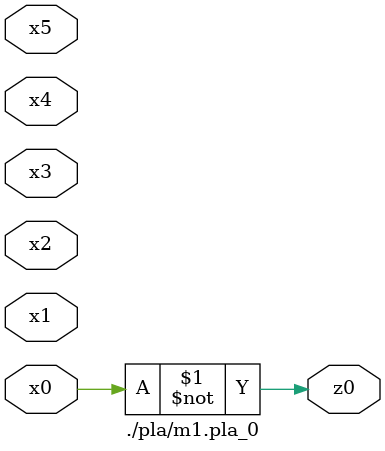
<source format=v>

module \./pla/m1.pla_0  ( 
    x0, x1, x2, x3, x4, x5,
    z0  );
  input  x0, x1, x2, x3, x4, x5;
  output z0;
  assign z0 = ~x0;
endmodule



</source>
